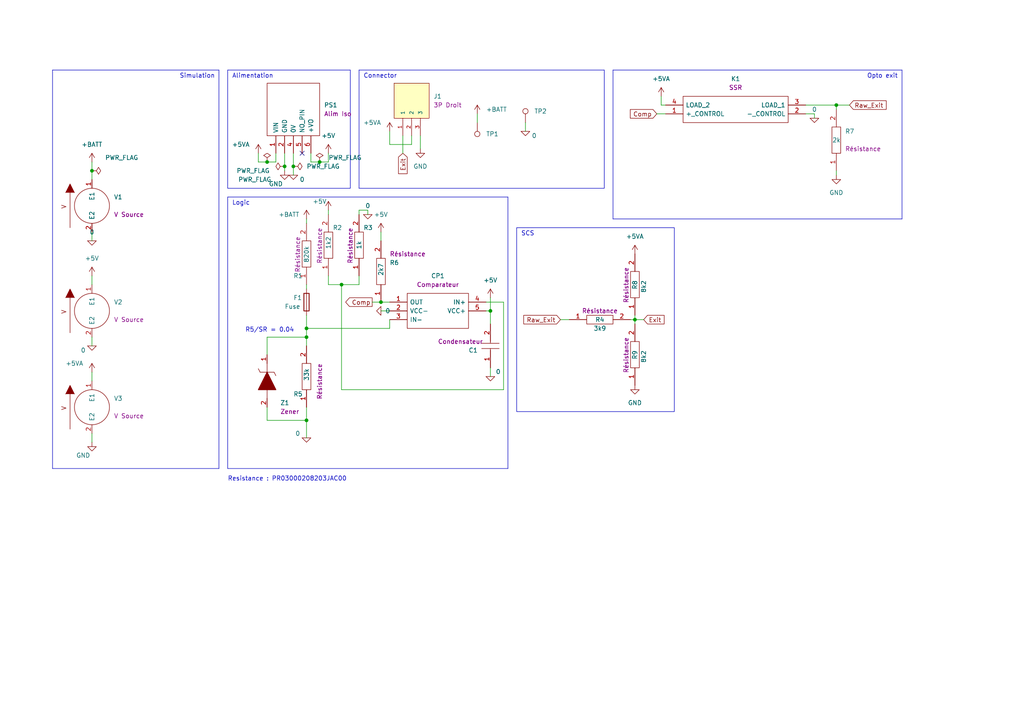
<source format=kicad_sch>
(kicad_sch (version 20230121) (generator eeschema)
  (paper "A4")
  (lib_symbols
    (symbol "Device:Fuse" (pin_numbers hide) (pin_names (offset 0))
      (property "Reference" "F" (at 2.032 0 90))
      (property "Value" "Fuse" (at -1.905 0 90))
      (symbol "Fuse_0_1"
        (rectangle (start -0.762 -2.54) (end 0.762 2.54) (stroke (width 0.254)))
        (polyline (pts (xy 0 2.54) (xy 0 -2.54)))
      )
      (symbol "Fuse_1_1"
        (pin passive line (at 0 3.81 270) (length 1.27) (name "~") (number "1"))
        (pin passive line (at 0 -3.81 90) (length 1.27) (name "~") (number "2"))
      )
    )
    (symbol "EPSA_lib:3P Droit 22-11-2032" (pin_names (offset 1.016))
      (property "Reference" "J" (at 6.35 7.62 0))
      (property "Render Name" "3P Droit" (at 0 6.35 0))
      (symbol "3P Droit 22-11-2032_0_0"
        (rectangle (start -5.08 -5.08) (end 5.08 5.08) (stroke (width 0.1524)) (fill (type background)))
        (pin passive line (at -10.16 2.54 0) (length 5.08) (name "1") (number "1"))
        (pin passive line (at -10.16 0 0) (length 5.08) (name "2") (number "2"))
        (pin passive line (at -10.16 -2.54 0) (length 5.08) (name "3") (number "3"))
      )
    )
    (symbol "EPSA_lib:Alim Iso PDM2-S5-S5-S" (pin_names (offset 0.762))
      (property "Reference" "PS" (at 21.59 6.35 0))
      (property "Render Name" "Alim Iso" (at 12.7 3.81 0))
      (symbol "Alim Iso PDM2-S5-S5-S_0_0"
        (pin passive line (at 0 0 0) (length 5.08) (name "VIN") (number "1"))
        (pin passive line (at 0 -2.54 0) (length 5.08) (name "GND") (number "2"))
        (pin passive line (at 0 -5.08 0) (length 5.08) (name "0V") (number "4"))
        (pin passive line (at 0 -7.62 0) (length 5.08) (name "NO_PIN") (number "5"))
        (pin passive line (at 0 -10.16 0) (length 5.08) (name "+VO") (number "6"))
      )
      (symbol "Alim Iso PDM2-S5-S5-S_0_1"
        (polyline (pts (xy 5.08 2.54) (xy 20.32 2.54) (xy 20.32 -12.7) (xy 5.08 -12.7) (xy 5.08 2.54)) (stroke (width 0.1524)))
      )
    )
    (symbol "EPSA_lib:Comparateur TS391ILT" (pin_names (offset 0.762))
      (property "Reference" "CP" (at 35.56 8.89 0))
      (property "Render Name" "Comparateur" (at 13.97 3.81 0))
      (symbol "Comparateur TS391ILT_0_0"
        (pin passive line (at 0 0 0) (length 5.08) (name "OUT") (number "1"))
        (pin passive line (at 0 -2.54 0) (length 5.08) (name "VCC-") (number "2"))
        (pin passive line (at 0 -5.08 0) (length 5.08) (name "IN-") (number "3"))
        (pin passive line (at 27.94 0 180) (length 5.08) (name "IN+") (number "4"))
        (pin passive line (at 27.94 -2.54 180) (length 5.08) (name "VCC+") (number "5"))
      )
      (symbol "Comparateur TS391ILT_0_1"
        (polyline (pts (xy 5.08 2.54) (xy 22.86 2.54) (xy 22.86 -7.62) (xy 5.08 -7.62) (xy 5.08 2.54)) (stroke (width 0.1524)))
      )
    )
    (symbol "EPSA_lib:Condensateur 0805Y1000104JXT" (pin_names (offset 0.762))
      (property "Reference" "C" (at 20.32 5.08 0))
      (property "Spice_Model" "10" (at 5.08 6.35 0))
      (property "Render Name" "Condensateur" (at 6.35 3.81 0))
      (symbol "Condensateur 0805Y1000104JXT_0_0"
        (pin passive line (at 0 0 0) (length 5.08) (name "~") (number "1"))
        (pin passive line (at 12.7 0 180) (length 5.08) (name "~") (number "2"))
      )
      (symbol "Condensateur 0805Y1000104JXT_0_1"
        (polyline (pts (xy 5.08 0) (xy 5.588 0)) (stroke (width 0.1524)))
        (polyline (pts (xy 5.588 2.54) (xy 5.588 -2.54)) (stroke (width 0.1524)))
        (polyline (pts (xy 7.112 0) (xy 7.62 0)) (stroke (width 0.1524)))
        (polyline (pts (xy 7.112 2.54) (xy 7.112 -2.54)) (stroke (width 0.1524)))
      )
    )
    (symbol "EPSA_lib:Résistance RK73H2BLTDD2152F" (pin_names (offset 0.762))
      (property "Reference" "R" (at 25.4 5.08 0))
      (property "Value" "10" (at 7.62 0 0))
      (property "Render Name" "Résistance" (at 8.89 2.54 0))
      (symbol "Résistance RK73H2BLTDD2152F_0_0"
        (pin passive line (at 0 0 0) (length 5.08) (name "~") (number "1"))
        (pin passive line (at 17.78 0 180) (length 5.08) (name "~") (number "2"))
      )
      (symbol "Résistance RK73H2BLTDD2152F_0_1"
        (polyline (pts (xy 5.08 1.27) (xy 12.7 1.27) (xy 12.7 -1.27) (xy 5.08 -1.27) (xy 5.08 1.27)) (stroke (width 0.1524)))
      )
    )
    (symbol "EPSA_lib:SSR CPC1394GR" (pin_names (offset 0.762))
      (property "Reference" "K" (at 48.26 7.62 0))
      (property "Render Name" "SSR" (at 19.05 3.81 0))
      (symbol "SSR CPC1394GR_0_0"
        (pin passive line (at 0 -2.54 0) (length 5.08) (name "+_CONTROL") (number "1"))
        (pin passive line (at 40.64 -2.54 180) (length 5.08) (name "-_CONTROL") (number "2"))
        (pin passive line (at 40.64 0 180) (length 5.08) (name "LOAD_1") (number "3"))
        (pin passive line (at 0 0 0) (length 5.08) (name "LOAD_2") (number "4"))
      )
      (symbol "SSR CPC1394GR_0_1"
        (polyline (pts (xy 5.08 2.54) (xy 35.56 2.54) (xy 35.56 -5.08) (xy 5.08 -5.08) (xy 5.08 2.54)) (stroke (width 0.1524)))
      )
    )
    (symbol "EPSA_lib:TestPoint" (pin_numbers hide) (pin_names (offset 0.762) hide)
      (property "Reference" "TP" (at 0 6.858 0))
      (property "Value" "TestPoint" (at 0 5.08 0))
      (symbol "TestPoint_0_1"
        (circle (center 0 3.302) (radius 0.762))
      )
      (symbol "TestPoint_1_1"
        (pin passive line (at 0 0 90) (length 2.54) (name "1") (number "1"))
      )
    )
    (symbol "EPSA_lib:VSOURCE" (pin_names (offset 1.016)) (in_bom no) (on_board no)
      (property "Reference" "V" (at 8.89 12.7 0))
      (property "Spice_Model" "dc 5" (at -1.27 12.7 0))
      (property "Render Name" "V Source" (at -1.27 10.16 0))
      (symbol "VSOURCE_0_1"
        (circle (center -1.27 0) (radius 5.08))
        (polyline (pts (xy -7.62 6.35) (xy 2.54 6.35)) (fill (type outline)))
        (polyline (pts (xy 2.54 7.62) (xy 5.08 6.35) (xy 2.54 5.08)) (fill (type outline)))
        (text "V" (at -1.524 8.128 0) (effects (font (size 1.27 1.27))))
      )
      (symbol "VSOURCE_1_1"
        (pin input line (at 6.35 0 180) (length 2.54) (name "E1") (number "1"))
        (pin input line (at -8.89 0 0) (length 2.54) (name "E2") (number "2"))
      )
    )
    (symbol "EPSA_lib:Zener TZM5224B-GS08" (pin_names (offset 0.762))
      (property "Reference" "Z" (at 5.08 6.35 0))
      (property "Titre" "Zener" (at 6.35 3.81 0))
      (symbol "Zener TZM5224B-GS08_0_0"
        (pin passive line (at 0 0 0) (length 2.54) (name "~") (number "1"))
        (pin passive line (at 15.24 0 180) (length 2.54) (name "~") (number "2"))
      )
      (symbol "Zener TZM5224B-GS08_0_1"
        (polyline (pts (xy 2.54 0) (xy 5.08 0)) (stroke (width 0.1524)))
        (polyline (pts (xy 4.064 -2.54) (xy 5.08 -2.032)) (stroke (width 0.1524)))
        (polyline (pts (xy 5.08 2.032) (xy 5.08 -2.032)) (stroke (width 0.1524)))
        (polyline (pts (xy 5.08 2.032) (xy 6.096 2.54)) (stroke (width 0.1524)))
        (polyline (pts (xy 12.7 0) (xy 10.16 0)) (stroke (width 0.1524)))
        (polyline (pts (xy 5.08 0) (xy 10.16 2.54) (xy 10.16 -2.54) (xy 5.08 0)) (stroke (width 0.254)) (fill (type outline)))
      )
    )
    (symbol "Résistance RK73H2BLTDD2152F_1" (pin_names (offset 0.762))
      (property "Reference" "R" (at 25.4 5.08 0))
      (property "Value" "10" (at 7.62 0 0))
      (property "Render Name" "Résistance" (at 8.89 2.54 0))
      (symbol "Résistance RK73H2BLTDD2152F_1_0_0"
        (pin passive line (at 0 0 0) (length 5.08) (name "~") (number "1"))
        (pin passive line (at 17.78 0 180) (length 5.08) (name "~") (number "2"))
      )
      (symbol "Résistance RK73H2BLTDD2152F_1_0_1"
        (polyline (pts (xy 5.08 1.27) (xy 12.7 1.27) (xy 12.7 -1.27) (xy 5.08 -1.27) (xy 5.08 1.27)) (stroke (width 0.1524)))
      )
    )
    (symbol "power:+5V" (power) (pin_names (offset 0))
      (property "Value" "+5V" (at 0 3.556 0))
      (symbol "+5V_0_1"
        (polyline (pts (xy -0.762 1.27) (xy 0 2.54)))
        (polyline (pts (xy 0 0) (xy 0 2.54)))
        (polyline (pts (xy 0 2.54) (xy 0.762 1.27)))
      )
      (symbol "+5V_1_1"
        (pin power_in line (at 0 0 90) (length 0) hide (name "+5V") (number "1"))
      )
    )
    (symbol "power:+5VA" (power) (pin_names (offset 0))
      (property "Value" "+5VA" (at 0 3.556 0))
      (symbol "+5VA_0_1"
        (polyline (pts (xy -0.762 1.27) (xy 0 2.54)))
        (polyline (pts (xy 0 0) (xy 0 2.54)))
        (polyline (pts (xy 0 2.54) (xy 0.762 1.27)))
      )
      (symbol "+5VA_1_1"
        (pin power_in line (at 0 0 90) (length 0) hide (name "+5VA") (number "1"))
      )
    )
    (symbol "power:+BATT" (power) (pin_names (offset 0))
      (property "Value" "+BATT" (at 0 3.556 0))
      (symbol "+BATT_0_1"
        (polyline (pts (xy -0.762 1.27) (xy 0 2.54)))
        (polyline (pts (xy 0 0) (xy 0 2.54)))
        (polyline (pts (xy 0 2.54) (xy 0.762 1.27)))
      )
      (symbol "+BATT_1_1"
        (pin power_in line (at 0 0 90) (length 0) hide (name "+BATT") (number "1"))
      )
    )
    (symbol "power:GND" (power) (pin_names (offset 0))
      (property "Value" "GND" (at 0 -3.81 0))
      (symbol "GND_0_1"
        (polyline (pts (xy 0 0) (xy 0 -1.27) (xy 1.27 -1.27) (xy 0 -2.54) (xy -1.27 -1.27) (xy 0 -1.27)))
      )
      (symbol "GND_1_1"
        (pin power_in line (at 0 0 270) (length 0) hide (name "GND") (number "1"))
      )
    )
    (symbol "power:PWR_FLAG" (power) (pin_numbers hide) (pin_names (offset 0) hide)
      (property "Value" "PWR_FLAG" (at 0 3.81 0))
      (symbol "PWR_FLAG_0_0"
        (pin power_out line (at 0 0 90) (length 0) (name "pwr") (number "1"))
      )
      (symbol "PWR_FLAG_0_1"
        (polyline (pts (xy 0 0) (xy 0 1.27) (xy -1.016 1.905) (xy 0 2.54) (xy 1.016 1.905) (xy 0 1.27)))
      )
    )
    (symbol "pspice:0" (power) (pin_names (offset 0))
      (property "Value" "0" (at 0 -1.778 0))
      (symbol "0_0_1"
        (polyline (pts (xy -1.27 0) (xy 0 -1.27) (xy 1.27 0) (xy -1.27 0)))
      )
      (symbol "0_1_1"
        (pin power_in line (at 0 0 0) (length 0) hide (name "0") (number "1"))
      )
    )
  )
  (junction (at 26.67 49.53))
  (junction (at 184.15 92.71))
  (junction (at 99.06 82.55))
  (junction (at 110.49 87.63))
  (junction (at 85.09 48.26))
  (junction (at 88.9 121.92))
  (junction (at 142.24 90.17))
  (junction (at 77.47 46.99))
  (junction (at 92.71 46.99))
  (junction (at 88.9 95.25))
  (junction (at 242.57 30.48))
  (junction (at 82.55 48.26))
  (junction (at 88.9 97.79))
  (no_connect (at 87.63 44.45))
  (polyline (pts (xy 66.04 54.61) (xy 101.6 54.61)))
  (wire (pts (xy 113.03 95.25) (xy 113.03 92.71)))
  (polyline (pts (xy 66.04 135.89) (xy 147.32 135.89)))
  (wire (pts (xy 152.4 35.56) (xy 152.4 38.1)))
  (wire (pts (xy 88.9 95.25) (xy 88.9 97.79)))
  (wire (pts (xy 88.9 118.11) (xy 88.9 121.92)))
  (wire (pts (xy 85.09 44.45) (xy 85.09 48.26)))
  (wire (pts (xy 95.25 80.01) (xy 95.25 82.55)))
  (wire (pts (xy 142.24 86.36) (xy 142.24 90.17)))
  (wire (pts (xy 88.9 91.44) (xy 88.9 95.25)))
  (wire (pts (xy 242.57 49.53) (xy 242.57 50.8)))
  (wire (pts (xy 146.05 113.03) (xy 146.05 87.63)))
  (wire (pts (xy 104.14 82.55) (xy 104.14 80.01)))
  (wire (pts (xy 242.57 30.48) (xy 246.38 30.48)))
  (wire (pts (xy 95.25 44.45) (xy 95.25 46.99)))
  (wire (pts (xy 26.67 125.73) (xy 26.67 128.27)))
  (polyline (pts (xy 104.14 20.32) (xy 104.14 54.61)))
  (wire (pts (xy 26.67 97.79) (xy 26.67 100.33)))
  (wire (pts (xy 95.25 82.55) (xy 99.06 82.55)))
  (polyline (pts (xy 177.8 20.32) (xy 177.8 63.5)))
  (wire (pts (xy 26.67 46.99) (xy 26.67 49.53)))
  (polyline (pts (xy 66.04 57.15) (xy 66.04 135.89)))
  (wire (pts (xy 146.05 87.63) (xy 140.97 87.63)))
  (wire (pts (xy 99.06 113.03) (xy 146.05 113.03)))
  (wire (pts (xy 99.06 82.55) (xy 99.06 113.03)))
  (wire (pts (xy 88.9 63.5) (xy 88.9 64.77)))
  (wire (pts (xy 190.5 33.02) (xy 193.04 33.02)))
  (wire (pts (xy 88.9 95.25) (xy 113.03 95.25)))
  (wire (pts (xy 113.03 90.17) (xy 110.49 90.17)))
  (wire (pts (xy 142.24 106.68) (xy 142.24 109.22)))
  (wire (pts (xy 113.03 41.91) (xy 119.38 41.91)))
  (polyline (pts (xy 104.14 20.32) (xy 175.26 20.32)))
  (polyline (pts (xy 15.24 20.32) (xy 15.24 135.89)))
  (polyline (pts (xy 104.14 54.61) (xy 175.26 54.61)))
  (wire (pts (xy 104.14 60.96) (xy 106.68 60.96)))
  (wire (pts (xy 92.71 46.99) (xy 95.25 46.99)))
  (wire (pts (xy 88.9 121.92) (xy 88.9 127)))
  (polyline (pts (xy 63.5 135.89) (xy 63.5 20.32)))
  (wire (pts (xy 82.55 48.26) (xy 82.55 49.53)))
  (wire (pts (xy 142.24 90.17) (xy 142.24 93.98)))
  (wire (pts (xy 110.49 67.31) (xy 110.49 69.85)))
  (polyline (pts (xy 175.26 54.61) (xy 175.26 20.32)))
  (wire (pts (xy 110.49 87.63) (xy 113.03 87.63)))
  (wire (pts (xy 184.15 92.71) (xy 184.15 91.44)))
  (wire (pts (xy 85.09 48.26) (xy 85.09 50.8)))
  (polyline (pts (xy 177.8 20.32) (xy 261.62 20.32)))
  (polyline (pts (xy 101.6 54.61) (xy 101.6 20.32)))
  (wire (pts (xy 80.01 46.99) (xy 80.01 44.45)))
  (wire (pts (xy 233.68 33.02) (xy 236.22 33.02)))
  (wire (pts (xy 74.93 46.99) (xy 77.47 46.99)))
  (polyline (pts (xy 147.32 135.89) (xy 147.32 57.15)))
  (wire (pts (xy 162.56 92.71) (xy 165.1 92.71)))
  (wire (pts (xy 184.15 92.71) (xy 186.69 92.71)))
  (wire (pts (xy 113.03 38.1) (xy 113.03 41.91)))
  (wire (pts (xy 191.77 30.48) (xy 193.04 30.48)))
  (wire (pts (xy 106.68 60.96) (xy 106.68 62.23)))
  (wire (pts (xy 77.47 97.79) (xy 77.47 102.87)))
  (polyline (pts (xy 66.04 20.32) (xy 101.6 20.32)))
  (polyline (pts (xy 66.04 20.32) (xy 66.04 54.61)))
  (wire (pts (xy 104.14 60.96) (xy 104.14 62.23)))
  (wire (pts (xy 88.9 82.55) (xy 88.9 83.82)))
  (wire (pts (xy 26.67 67.31) (xy 26.67 69.85)))
  (wire (pts (xy 99.06 82.55) (xy 104.14 82.55)))
  (wire (pts (xy 90.17 46.99) (xy 92.71 46.99)))
  (wire (pts (xy 233.68 30.48) (xy 242.57 30.48)))
  (wire (pts (xy 140.97 90.17) (xy 142.24 90.17)))
  (wire (pts (xy 184.15 92.71) (xy 184.15 93.98)))
  (polyline (pts (xy 261.62 63.5) (xy 261.62 20.32)))
  (wire (pts (xy 74.93 44.45) (xy 74.93 46.99)))
  (wire (pts (xy 77.47 118.11) (xy 77.47 121.92)))
  (wire (pts (xy 138.43 33.02) (xy 138.43 35.56)))
  (wire (pts (xy 236.22 33.02) (xy 236.22 34.29)))
  (wire (pts (xy 88.9 100.33) (xy 88.9 97.79)))
  (polyline (pts (xy 66.04 57.15) (xy 147.32 57.15)))
  (wire (pts (xy 242.57 31.75) (xy 242.57 30.48)))
  (wire (pts (xy 121.92 39.37) (xy 121.92 43.18)))
  (wire (pts (xy 90.17 44.45) (xy 90.17 46.99)))
  (wire (pts (xy 77.47 97.79) (xy 88.9 97.79)))
  (wire (pts (xy 26.67 49.53) (xy 26.67 52.07)))
  (wire (pts (xy 116.84 39.37) (xy 116.84 44.45)))
  (wire (pts (xy 182.88 92.71) (xy 184.15 92.71)))
  (wire (pts (xy 88.9 121.92) (xy 77.47 121.92)))
  (wire (pts (xy 95.25 60.96) (xy 95.25 62.23)))
  (polyline (pts (xy 15.24 135.89) (xy 63.5 135.89)))
  (wire (pts (xy 82.55 44.45) (xy 82.55 48.26)))
  (wire (pts (xy 119.38 41.91) (xy 119.38 39.37)))
  (polyline (pts (xy 15.24 20.32) (xy 63.5 20.32)))
  (wire (pts (xy 191.77 27.94) (xy 191.77 30.48)))
  (wire (pts (xy 77.47 46.99) (xy 80.01 46.99)))
  (wire (pts (xy 107.95 87.63) (xy 110.49 87.63)))
  (wire (pts (xy 26.67 80.01) (xy 26.67 82.55)))
  (polyline (pts (xy 177.8 63.5) (xy 261.62 63.5)))
  (wire (pts (xy 26.67 107.95) (xy 26.67 110.49)))
  (rectangle (start 149.86 66.04) (end 195.58 119.38))
  (text "Connector" (at 105.41 22.86 0) (effects (font (size 1.27 1.27)) (justify left bottom)))
  (text "R5/SR = 0.04" (at 71.12 96.52 0) (effects (font (size 1.27 1.27)) (justify left bottom)))
  (text "Alimentation" (at 67.31 22.86 0) (effects (font (size 1.27 1.27)) (justify left bottom)))
  (text "Opto exit" (at 251.46 22.86 0) (effects (font (size 1.27 1.27)) (justify left bottom)))
  (text "Simulation" (at 52.07 22.86 0) (effects (font (size 1.27 1.27)) (justify left bottom)))
  (text "Resistance : PR03000208203JAC00" (at 66.04 139.7 0) (effects (font (size 1.27 1.27)) (justify left bottom)))
  (text "SCS" (at 151.13 68.58 0) (effects (font (size 1.27 1.27)) (justify left bottom)))
  (text "Logic " (at 67.31 59.69 0) (effects (font (size 1.27 1.27)) (justify left bottom)))
  (global_label "Raw_Exit" (shape input) (at 162.56 92.71 180) (property "Intersheetrefs" "${INTERSHEET_REFS}" (effects hide)))
  (global_label "Exit" (shape input) (at 116.84 44.45 270) (property "Intersheetrefs" "${INTERSHEET_REFS}" (effects hide)))
  (global_label "Comp" (shape input) (at 190.5 33.02 180) (property "Intersheetrefs" "${INTERSHEET_REFS}" (effects hide)))
  (global_label "Raw_Exit" (shape input) (at 246.38 30.48 0) (property "Intersheetrefs" "${INTERSHEET_REFS}" (effects hide)))
  (global_label "Exit" (shape input) (at 186.69 92.71 0) (property "Intersheetrefs" "${INTERSHEET_REFS}" (effects hide)))
  (global_label "Comp" (shape output) (at 107.95 87.63 180) (property "Intersheetrefs" "${INTERSHEET_REFS}" (effects hide)))
  (symbol (lib_id "EPSA_lib:VSOURCE") (at 26.67 116.84 90) (unit 1) (in_bom no) (on_board no)
    (property "Reference" "V3" (at 33.02 115.5699 90) (effects (justify right)))
    (property "Value" "5" (effects hide))
    (property "Render Name" "V Source" (at 33.02 120.6499 90) (effects (justify right)))
    (property "Sim.Device" "V" (effects hide))
    (property "Sim.Type" "DC" (effects hide))
    (property "Sim.Pins" "1=+ 2=-" (effects hide))
  )
  (symbol (lib_id "power:PWR_FLAG") (at 26.67 49.53 270) (unit 1)
    (property "Reference" "#FLG0105" (effects hide))
    (property "Value" "PWR_FLAG" (at 30.48 45.72 90) (effects (justify left)))
  )
  (symbol (lib_id "EPSA_lib:Condensateur 0805Y1000104JXT") (at 142.24 106.68 90) (unit 1)
    (property "Reference" "C1" (at 135.89 101.6 90) (effects (justify right)))
    (property "Value" "Condensateur 0805Y1000104JXT" (effects hide))
    (property "Footprint" "EPSA_lib:CAPC2012X130N" (effects hide))
    (property "Datasheet" "http://docs-europe.electrocomponents.com/webdocs/119d/0900766b8119d7bc.pdf" (effects hide))
    (property "Description" "Syfer 0805 Ceramic Chip Capacitors" (effects hide))
    (property "Height" "1.3" (effects hide))
    (property "Manufacturer_Name" "Syfer" (effects hide))
    (property "Manufacturer_Part_Number" "0805Y1000104JXT" (effects hide))
    (property "Arrow Part Number" "0805Y1000104JXT" (effects hide))
    (property "Arrow Price/Stock" "https://www.arrow.com/en/products/0805y1000104jxt/syfer-technology?region=europe" (effects hide))
    (property "Sim.Enable" "0" (effects hide))
    (property "Render Name" "Condensateur" (at 127 99.06 90) (effects (justify right)))
    (property "Sim.Device" "SPICE" (effects hide))
    (property "Sim.Params" "type=\"C\" model=\"10n\" lib=\"\"" (effects hide))
    (property "Sim.Pins" "1=1 2=2" (effects hide))
  )
  (symbol (lib_id "EPSA_lib:3P Droit 22-11-2032") (at 119.38 29.21 90) (unit 1)
    (property "Reference" "J1" (at 125.73 27.9399 90) (effects (justify right)))
    (property "Value" "3P Droit 22-11-2032" (effects hide))
    (property "Footprint" "EPSA_lib:MOLEX_22-11-2032" (effects hide))
    (property "STANDARD" "Manufacturer recommendations" (effects hide))
    (property "PARTREV" "BD8" (effects hide))
    (property "MAXIMUM_PACKAGE_HEIGHT" "10.66mm" (effects hide))
    (property "MANUFACTURER" "Molex" (effects hide))
    (property "Sim.Enable" "0" (effects hide))
    (property "Render Name" "3P Droit" (at 125.73 30.4799 90) (effects (justify right)))
    (property "Sim.Device" "SPICE" (effects hide))
    (property "Sim.Params" "type=\"J\" model=\"22-11-2032\" lib=\"\"" (effects hide))
    (property "Sim.Pins" "1=1 2=2 3=3" (effects hide))
  )
  (symbol (lib_id "pspice:0") (at 106.68 62.23 0) (unit 1)
    (property "Reference" "#GND05" (effects hide))
    (property "Value" "0" (at 106.68 59.69 0))
  )
  (symbol (lib_id "power:+5VA") (at 113.03 38.1 0) (unit 1)
    (property "Reference" "#PWR012" (effects hide))
    (property "Value" "+5VA" (at 107.95 35.56 0))
  )
  (symbol (lib_id "pspice:0") (at 142.24 109.22 0) (unit 1)
    (property "Reference" "#GND09" (effects hide))
    (property "Value" "0" (at 144.4942 107.8231 0))
  )
  (symbol (lib_id "power:+5V") (at 95.25 44.45 0) (unit 1)
    (property "Reference" "#PWR011" (effects hide))
    (property "Value" "+5V" (at 95.25 39.37 0))
  )
  (symbol (lib_id "EPSA_lib:Zener TZM5224B-GS08") (at 77.47 102.87 270) (unit 1)
    (property "Reference" "Z1" (at 81.28 116.8399 90) (effects (justify left)))
    (property "Value" "Zener TZM5224B-GS08" (effects hide))
    (property "Footprint" "Diode_SMD:D_MiniMELF" (effects hide))
    (property "Datasheet" "https://www.mouser.co.uk/datasheet/2/427/tzm5221-103146.pdf" (effects hide))
    (property "Description" "Vishay TZM5224B-GS08 Zener Diode, 2.8V 5% 500 mW SMT 2-Pin SOD-80" (effects hide))
    (property "Height" "1.6" (effects hide))
    (property "Manufacturer_Name" "Vishay" (effects hide))
    (property "Manufacturer_Part_Number" "TZM5224B-GS08" (effects hide))
    (property "Mouser Part Number" "78-TZM5224B" (effects hide))
    (property "Mouser Price/Stock" "https://www.mouser.co.uk/ProductDetail/Vishay-Semiconductors/TZM5224B-GS08?qs=25SNtymhSqPc9I2zbkn61Q%3D%3D" (effects hide))
    (property "Titre" "Zener" (at 81.28 119.3799 90) (effects (justify left)))
    (property "Sim.Library" "${EPSA}\\SpiceModel\\Zener.lib" (effects hide))
    (property "Sim.Name" "DI_BZT52C2V4" (effects hide))
    (property "Sim.Pins" "2=1 1=2" (effects hide))
  )
  (symbol (lib_id "power:+5VA") (at 184.15 73.66 0) (unit 1)
    (property "Reference" "#PWR017" (effects hide))
    (property "Value" "+5VA" (at 184.15 68.58 0))
  )
  (symbol (lib_id "EPSA_lib:VSOURCE") (at 26.67 58.42 90) (unit 1) (in_bom no) (on_board no)
    (property "Reference" "V1" (at 33.02 57.1499 90) (effects (justify right)))
    (property "Value" "VSOURCE" (effects hide))
    (property "Render Name" "V Source" (at 33.02 62.2299 90) (effects (justify right)))
    (property "Sim.Device" "SPICE" (effects hide))
    (property "Sim.Params" "type=\"V\" model=\"pwl(0 0 10 600)\" lib=\"\"" (effects hide))
    (property "Sim.Pins" "1=1 2=2" (effects hide))
  )
  (symbol (lib_id "pspice:0") (at 110.49 90.17 270) (unit 1)
    (property "Reference" "#GND04" (effects hide))
    (property "Value" "0" (at 111.76 90.1699 90) (effects (justify left)))
  )
  (symbol (lib_id "EPSA_lib:TestPoint") (at 138.43 35.56 180) (unit 1)
    (property "Reference" "TP1" (at 140.97 38.862 0) (effects (justify right)))
    (property "Value" "${SIM.PARAMS}" (effects hide))
    (property "Footprint" "Connector_Wire:SolderWire-2.5sqmm_1x01_D2.4mm_OD3.6mm" (effects hide))
    (property "Sim.Enable" "0" (effects hide))
    (property "Sim.Device" "SPICE" (effects hide))
    (property "Sim.Params" "type=\"R\" model=\"TestPoint\" lib=\"\"" (effects hide))
    (property "Sim.Pins" "1=1" (effects hide))
  )
  (symbol (lib_id "Device:Fuse") (at 88.9 87.63 0) (unit 1)
    (property "Reference" "F1" (at 85.09 86.36 0) (effects (justify left)))
    (property "Value" "Fuse" (at 82.55 88.9 0) (effects (justify left)))
    (property "Footprint" "EPSA_lib:0PTF0078P" (effects hide))
  )
  (symbol (lib_name "Résistance RK73H2BLTDD2152F_1") (lib_id "EPSA_lib:Résistance RK73H2BLTDD2152F") (at 95.25 80.01 90) (unit 1)
    (property "Reference" "R2" (at 96.52 66.04 90) (effects (justify right)))
    (property "Value" "1k2" (at 95.25 68.58 0) (effects (justify right)))
    (property "Footprint" "EPSA_lib:RESC3216X70N" (effects hide))
    (property "Datasheet" "http://www.koaspeer.com/catimages/Products/RK73H/RK73H.pdf" (effects hide))
    (property "Sim.Pins" "1=+ 2=-" (effects hide))
    (property "Sim.Device" "R" (effects hide))
    (property "Description" "Thick Film Resistors - SMD" (effects hide))
    (property "Height" "0.7" (effects hide))
    (property "Manufacturer_Name" "KOA Speer" (effects hide))
    (property "Manufacturer_Part_Number" "RK73H2BLTDD2152F" (effects hide))
    (property "Mouser Part Number" "N/A" (effects hide))
    (property "Mouser Price/Stock" "https://www.mouser.co.uk/ProductDetail/KOA-Speer/RK73H2BLTDD2152F?qs=WeIALVmW3zmyxMFsjVzMRw%3D%3D" (effects hide))
    (property "Render Name" "Résistance" (at 92.71 66.04 0) (effects (justify right)))
  )
  (symbol (lib_id "power:+5VA") (at 74.93 44.45 0) (unit 1)
    (property "Reference" "#PWR08" (effects hide))
    (property "Value" "+5VA" (at 69.85 41.91 0))
  )
  (symbol (lib_id "power:PWR_FLAG") (at 82.55 48.26 90) (unit 1)
    (property "Reference" "#FLG0102" (effects hide))
    (property "Value" "PWR_FLAG" (at 78.74 52.07 90) (effects (justify left)))
  )
  (symbol (lib_name "Résistance RK73H2BLTDD2152F_1") (lib_id "EPSA_lib:Résistance RK73H2BLTDD2152F") (at 104.14 80.01 90) (unit 1)
    (property "Reference" "R3" (at 105.41 66.04 90) (effects (justify right)))
    (property "Value" "1k" (at 104.14 69.85 0) (effects (justify right)))
    (property "Footprint" "EPSA_lib:RESC3216X70N" (effects hide))
    (property "Datasheet" "http://www.koaspeer.com/catimages/Products/RK73H/RK73H.pdf" (effects hide))
    (property "Sim.Pins" "1=+ 2=-" (effects hide))
    (property "Sim.Device" "R" (effects hide))
    (property "Description" "Thick Film Resistors - SMD" (effects hide))
    (property "Height" "0.7" (effects hide))
    (property "Manufacturer_Name" "KOA Speer" (effects hide))
    (property "Manufacturer_Part_Number" "RK73H2BLTDD2152F" (effects hide))
    (property "Mouser Part Number" "N/A" (effects hide))
    (property "Mouser Price/Stock" "https://www.mouser.co.uk/ProductDetail/KOA-Speer/RK73H2BLTDD2152F?qs=WeIALVmW3zmyxMFsjVzMRw%3D%3D" (effects hide))
    (property "Render Name" "Résistance" (at 101.6 66.04 0) (effects (justify right)))
  )
  (symbol (lib_id "EPSA_lib:Résistance RK73H2BLTDD2152F") (at 110.49 87.63 90) (unit 1)
    (property "Reference" "R6" (at 113.03 76.1999 90) (effects (justify right)))
    (property "Value" "2k7" (at 110.49 80.01 0) (effects (justify left)))
    (property "Footprint" "EPSA_lib:RESC3216X70N" (effects hide))
    (property "Datasheet" "http://www.koaspeer.com/catimages/Products/RK73H/RK73H.pdf" (effects hide))
    (property "Description" "Thick Film Resistors - SMD" (effects hide))
    (property "Height" "0.7" (effects hide))
    (property "Manufacturer_Name" "KOA Speer" (effects hide))
    (property "Manufacturer_Part_Number" "RK73H2BLTDD2152F" (effects hide))
    (property "Mouser Part Number" "N/A" (effects hide))
    (property "Mouser Price/Stock" "https://www.mouser.co.uk/ProductDetail/KOA-Speer/RK73H2BLTDD2152F?qs=WeIALVmW3zmyxMFsjVzMRw%3D%3D" (effects hide))
    (property "Render Name" "Résistance" (at 113.03 73.66 90) (effects (justify right)))
    (property "Sim.Device" "R" (effects hide))
    (property "Sim.Params" "type=\"R\" model=\"2k6\" lib=\"\"" (effects hide))
    (property "Sim.Pins" "1=+ 2=-" (effects hide))
  )
  (symbol (lib_id "EPSA_lib:Résistance RK73H2BLTDD2152F") (at 184.15 111.76 270) (mirror x) (unit 1)
    (property "Reference" "R9" (at 184.15 101.6 0) (effects (justify right)))
    (property "Value" "8k2" (at 186.69 101.6 0) (effects (justify right)))
    (property "Footprint" "EPSA_lib:RESC3216X70N" (effects hide))
    (property "Datasheet" "http://www.koaspeer.com/catimages/Products/RK73H/RK73H.pdf" (effects hide))
    (property "Sim.Pins" "1=+ 2=-" (effects hide))
    (property "Sim.Device" "R" (effects hide))
    (property "Description" "Thick Film Resistors - SMD" (effects hide))
    (property "Height" "0.7" (effects hide))
    (property "Manufacturer_Name" "KOA Speer" (effects hide))
    (property "Manufacturer_Part_Number" "RK73H2BLTDD2152F" (effects hide))
    (property "Mouser Part Number" "N/A" (effects hide))
    (property "Mouser Price/Stock" "https://www.mouser.co.uk/ProductDetail/KOA-Speer/RK73H2BLTDD2152F?qs=WeIALVmW3zmyxMFsjVzMRw%3D%3D" (effects hide))
    (property "Render Name" "Résistance" (at 181.61 97.79 0) (effects (justify right)))
  )
  (symbol (lib_id "power:+5V") (at 26.67 80.01 0) (unit 1)
    (property "Reference" "#PWR02" (effects hide))
    (property "Value" "+5V" (at 26.67 74.93 0))
  )
  (symbol (lib_id "power:+BATT") (at 26.67 46.99 0) (unit 1)
    (property "Reference" "#PWR01" (effects hide))
    (property "Value" "+BATT" (at 26.67 41.91 0))
  )
  (symbol (lib_id "pspice:0") (at 152.4 38.1 0) (unit 1)
    (property "Reference" "#GND08" (effects hide))
    (property "Value" "0" (at 154.94 39.37 0))
  )
  (symbol (lib_id "EPSA_lib:Résistance RK73H2BLTDD2152F") (at 184.15 91.44 270) (mirror x) (unit 1)
    (property "Reference" "R8" (at 184.15 81.28 0) (effects (justify right)))
    (property "Value" "8k2" (at 186.69 81.28 0) (effects (justify right)))
    (property "Footprint" "EPSA_lib:RESC3216X70N" (effects hide))
    (property "Datasheet" "http://www.koaspeer.com/catimages/Products/RK73H/RK73H.pdf" (effects hide))
    (property "Sim.Pins" "1=+ 2=-" (effects hide))
    (property "Sim.Device" "R" (effects hide))
    (property "Description" "Thick Film Resistors - SMD" (effects hide))
    (property "Height" "0.7" (effects hide))
    (property "Manufacturer_Name" "KOA Speer" (effects hide))
    (property "Manufacturer_Part_Number" "RK73H2BLTDD2152F" (effects hide))
    (property "Mouser Part Number" "N/A" (effects hide))
    (property "Mouser Price/Stock" "https://www.mouser.co.uk/ProductDetail/KOA-Speer/RK73H2BLTDD2152F?qs=WeIALVmW3zmyxMFsjVzMRw%3D%3D" (effects hide))
    (property "Render Name" "Résistance" (at 181.61 77.47 0) (effects (justify right)))
  )
  (symbol (lib_id "pspice:0") (at 88.9 127 0) (unit 1)
    (property "Reference" "#GND03" (effects hide))
    (property "Value" "0" (at 86.36 125.73 0))
  )
  (symbol (lib_id "power:GND") (at 121.92 43.18 0) (unit 1)
    (property "Reference" "#PWR013" (effects hide))
    (property "Value" "GND" (at 121.92 48.26 0))
  )
  (symbol (lib_id "power:PWR_FLAG") (at 77.47 46.99 0) (unit 1)
    (property "Reference" "#FLG0104" (effects hide))
    (property "Value" "PWR_FLAG" (at 68.58 49.53 0) (effects (justify left)))
  )
  (symbol (lib_id "pspice:0") (at 26.67 69.85 0) (unit 1)
    (property "Reference" "#GND01" (effects hide))
    (property "Value" "0" (at 26.67 67.31 0))
  )
  (symbol (lib_id "power:+BATT") (at 138.43 33.02 0) (unit 1)
    (property "Reference" "#PWR016" (effects hide))
    (property "Value" "+BATT" (at 140.97 31.7499 0) (effects (justify left)))
  )
  (symbol (lib_id "EPSA_lib:Alim Iso PDM2-S5-S5-S") (at 80.01 44.45 90) (unit 1)
    (property "Reference" "PS1" (at 93.98 30.4799 90) (effects (justify right)))
    (property "Value" "Alim Iso PDM2-S5-S5-S" (effects hide))
    (property "Footprint" "EPSA_lib:PDM2S5S5S" (effects hide))
    (property "Datasheet" "https://datasheet.datasheetarchive.com/originals/distributors/Datasheets-SFU1/DSASFU10006714.pdf" (effects hide))
    (property "Description" "Isolated DC/DC Converters Isolated Board Mount DC-DC Cnvrt 5vdc 2W" (effects hide))
    (property "Height" "10.41" (effects hide))
    (property "Manufacturer_Name" "CUI Inc." (effects hide))
    (property "Manufacturer_Part_Number" "PDM2-S5-S5-S" (effects hide))
    (property "Mouser Part Number" "490-PDM2-S5-S5-S" (effects hide))
    (property "Mouser Price/Stock" "https://www.mouser.co.uk/ProductDetail/CUI-Inc/PDM2-S5-S5-S?qs=WyjlAZoYn51BO%2Fgga81j2w%3D%3D" (effects hide))
    (property "Sim.Enable" "0" (effects hide))
    (property "Render Name" "Alim Iso" (at 93.98 33.0199 90) (effects (justify right)))
    (property "Sim.Device" "SPICE" (effects hide))
    (property "Sim.Params" "type=\"R\" model=\"Alim Iso PDM2-S5-S5-S\" lib=\"\"" (effects hide))
    (property "Sim.Pins" "1=1 2=2 4=3 5=4 6=5" (effects hide))
  )
  (symbol (lib_id "power:GND") (at 26.67 128.27 0) (unit 1)
    (property "Reference" "#PWR04" (effects hide))
    (property "Value" "GND" (at 24.13 132.08 0))
  )
  (symbol (lib_id "power:+5V") (at 110.49 67.31 0) (unit 1)
    (property "Reference" "#PWR014" (effects hide))
    (property "Value" "+5V" (at 110.49 62.23 0))
  )
  (symbol (lib_id "EPSA_lib:VSOURCE") (at 26.67 88.9 90) (unit 1) (in_bom no) (on_board no)
    (property "Reference" "V2" (at 33.02 87.6299 90) (effects (justify right)))
    (property "Value" "5" (effects hide))
    (property "Render Name" "V Source" (at 33.02 92.7099 90) (effects (justify right)))
    (property "Sim.Device" "V" (effects hide))
    (property "Sim.Type" "DC" (effects hide))
    (property "Sim.Pins" "1=+ 2=-" (effects hide))
  )
  (symbol (lib_id "EPSA_lib:Résistance RK73H2BLTDD2152F") (at 88.9 82.55 90) (unit 1)
    (property "Reference" "R1" (at 85.09 80.01 90) (effects (justify right)))
    (property "Value" "820k" (at 88.9 76.2 0) (effects (justify left)))
    (property "Footprint" "EPSA_lib:RESC3216X70N" (effects hide))
    (property "Datasheet" "http://www.koaspeer.com/catimages/Products/RK73H/RK73H.pdf" (effects hide))
    (property "Description" "Thick Film Resistors - SMD" (effects hide))
    (property "Height" "0.7" (effects hide))
    (property "Manufacturer_Name" "KOA Speer" (effects hide))
    (property "Manufacturer_Part_Number" "RK73H2BLTDD2152F" (effects hide))
    (property "Mouser Part Number" "N/A" (effects hide))
    (property "Mouser Price/Stock" "https://www.mouser.co.uk/ProductDetail/KOA-Speer/RK73H2BLTDD2152F?qs=WeIALVmW3zmyxMFsjVzMRw%3D%3D" (effects hide))
    (property "Render Name" "Résistance" (at 86.36 68.58 0) (effects (justify right)))
    (property "Sim.Device" "R" (effects hide))
    (property "Sim.Params" "type=\"R\" model=\"820k\" lib=\"\"" (effects hide))
    (property "Sim.Pins" "1=+ 2=-" (effects hide))
  )
  (symbol (lib_id "power:GND") (at 82.55 49.53 0) (unit 1)
    (property "Reference" "#PWR010" (effects hide))
    (property "Value" "GND" (at 80.01 53.34 0))
  )
  (symbol (lib_id "power:PWR_FLAG") (at 85.09 48.26 270) (unit 1)
    (property "Reference" "#FLG0103" (effects hide))
    (property "Value" "PWR_FLAG" (at 88.9 48.2599 90) (effects (justify left)))
  )
  (symbol (lib_id "pspice:0") (at 236.22 34.29 0) (unit 1)
    (property "Reference" "#GND07" (effects hide))
    (property "Value" "0" (at 236.22 31.75 0))
  )
  (symbol (lib_id "EPSA_lib:Résistance RK73H2BLTDD2152F") (at 88.9 118.11 90) (unit 1)
    (property "Reference" "R5" (at 85.09 114.3 90) (effects (justify right)))
    (property "Value" "33k" (at 88.9 110.49 0) (effects (justify left)))
    (property "Footprint" "EPSA_lib:RESC3216X70N" (effects hide))
    (property "Datasheet" "http://www.koaspeer.com/catimages/Products/RK73H/RK73H.pdf" (effects hide))
    (property "Description" "Thick Film Resistors - SMD" (effects hide))
    (property "Height" "0.7" (effects hide))
    (property "Manufacturer_Name" "KOA Speer" (effects hide))
    (property "Manufacturer_Part_Number" "RK73H2BLTDD2152F" (effects hide))
    (property "Mouser Part Number" "N/A" (effects hide))
    (property "Mouser Price/Stock" "https://www.mouser.co.uk/ProductDetail/KOA-Speer/RK73H2BLTDD2152F?qs=WeIALVmW3zmyxMFsjVzMRw%3D%3D" (effects hide))
    (property "Render Name" "Résistance" (at 92.71 105.41 0) (effects (justify right)))
    (property "Sim.Device" "R" (effects hide))
    (property "Sim.Params" "type=\"R\" model=\"32k\" lib=\"\"" (effects hide))
    (property "Sim.Pins" "1=+ 2=-" (effects hide))
  )
  (symbol (lib_id "power:+BATT") (at 88.9 63.5 0) (unit 1)
    (property "Reference" "#PWR05" (effects hide))
    (property "Value" "+BATT" (at 83.82 62.23 0))
  )
  (symbol (lib_id "power:PWR_FLAG") (at 92.71 46.99 0) (unit 1)
    (property "Reference" "#FLG0101" (effects hide))
    (property "Value" "PWR_FLAG" (at 95.25 45.7199 0) (effects (justify left)))
  )
  (symbol (lib_id "EPSA_lib:Résistance RK73H2BLTDD2152F") (at 165.1 92.71 0) (mirror x) (unit 1)
    (property "Reference" "R4" (at 173.99 92.71 0))
    (property "Value" "3k9" (at 173.99 95.25 0))
    (property "Footprint" "EPSA_lib:RESC3216X70N" (effects hide))
    (property "Datasheet" "http://www.koaspeer.com/catimages/Products/RK73H/RK73H.pdf" (effects hide))
    (property "Sim.Pins" "1=+ 2=-" (effects hide))
    (property "Sim.Device" "R" (effects hide))
    (property "Description" "Thick Film Resistors - SMD" (effects hide))
    (property "Height" "0.7" (effects hide))
    (property "Manufacturer_Name" "KOA Speer" (effects hide))
    (property "Manufacturer_Part_Number" "RK73H2BLTDD2152F" (effects hide))
    (property "Mouser Part Number" "N/A" (effects hide))
    (property "Mouser Price/Stock" "https://www.mouser.co.uk/ProductDetail/KOA-Speer/RK73H2BLTDD2152F?qs=WeIALVmW3zmyxMFsjVzMRw%3D%3D" (effects hide))
    (property "Render Name" "Résistance" (at 173.99 90.17 0))
  )
  (symbol (lib_id "EPSA_lib:SSR CPC1394GR") (at 193.04 30.48 0) (unit 1)
    (property "Reference" "K1" (at 213.36 22.86 0))
    (property "Value" "SSR CPC1394GR" (effects hide))
    (property "Footprint" "EPSA_lib:CPC1394GR" (effects hide))
    (property "Datasheet" "https://componentsearchengine.com/Datasheets/1/CPC1394GR.pdf" (effects hide))
    (property "Description" "SPST-NO Solid State Relay Solder 120 mA rms/mA dc Surface Mount, DC MOSFET" (effects hide))
    (property "Height" "3.556" (effects hide))
    (property "Manufacturer_Name" "LITTELFUSE" (effects hide))
    (property "Manufacturer_Part_Number" "CPC1394GR" (effects hide))
    (property "Mouser Part Number" "849-CPC1394GR" (effects hide))
    (property "Mouser Price/Stock" "https://www.mouser.co.uk/ProductDetail/IXYS-Integrated-Circuits/CPC1394GR?qs=8uBHJDVwVqyTG8bzDwZMmA%3D%3D" (effects hide))
    (property "Render Name" "SSR" (at 213.36 25.4 0))
    (property "Sim.Library" "${EPSA}\\SpiceModel\\SSR.lib" (effects hide))
    (property "Sim.Name" "SWITCH" (effects hide))
    (property "Sim.Pins" "1=CONT+ 2=CONT- 3=LOAD1 4=LOAD2" (effects hide))
  )
  (symbol (lib_id "pspice:0") (at 85.09 50.8 0) (unit 1)
    (property "Reference" "#GND06" (effects hide))
    (property "Value" "0" (at 87.63 52.07 0))
  )
  (symbol (lib_id "power:+5VA") (at 191.77 27.94 0) (unit 1)
    (property "Reference" "#PWR09" (effects hide))
    (property "Value" "+5VA" (at 191.77 22.86 0))
  )
  (symbol (lib_id "pspice:0") (at 26.67 100.33 0) (unit 1)
    (property "Reference" "#GND02" (effects hide))
    (property "Value" "0" (at 24.13 101.6 0))
  )
  (symbol (lib_id "power:GND") (at 242.57 50.8 0) (unit 1)
    (property "Reference" "#PWR015" (effects hide))
    (property "Value" "GND" (at 242.57 55.88 0))
  )
  (symbol (lib_id "EPSA_lib:TestPoint") (at 152.4 35.56 0) (unit 1)
    (property "Reference" "TP2" (at 154.94 32.258 0) (effects (justify left)))
    (property "Value" "${SIM.PARAMS}" (effects hide))
    (property "Footprint" "Connector_Wire:SolderWire-2.5sqmm_1x01_D2.4mm_OD3.6mm" (effects hide))
    (property "Sim.Enable" "0" (effects hide))
    (property "Sim.Device" "SPICE" (effects hide))
    (property "Sim.Params" "type=\"R\" model=\"TestPoint\" lib=\"\"" (effects hide))
    (property "Sim.Pins" "1=1" (effects hide))
  )
  (symbol (lib_id "power:GND") (at 184.15 111.76 0) (unit 1)
    (property "Reference" "#PWR018" (effects hide))
    (property "Value" "GND" (at 184.15 116.84 0))
  )
  (symbol (lib_id "power:+5V") (at 95.25 60.96 0) (unit 1)
    (property "Reference" "#PWR07" (effects hide))
    (property "Value" "+5V" (at 92.71 58.42 0))
  )
  (symbol (lib_id "EPSA_lib:Comparateur TS391ILT") (at 113.03 87.63 0) (unit 1)
    (property "Reference" "CP1" (at 127 80.01 0))
    (property "Value" "Comparateur TS391ILT" (effects hide))
    (property "Footprint" "EPSA_lib:SOT95P280X145-5N" (effects hide))
    (property "Datasheet" "http://www.st.com/st-web-ui/static/active/en/resource/technical/document/datasheet/CD00001660.pdf" (effects hide))
    (property "Description" "TS391ILT, Comparator Open Collector 0.3us 12 V, 15 V, 18 V, 24 V, 28 V, 3 V, 5 V, 9 V 5-Pin SOT-23" (effects hide))
    (property "Height" "1.45" (effects hide))
    (property "Manufacturer_Name" "STMicroelectronics" (effects hide))
    (property "Manufacturer_Part_Number" "TS391ILT" (effects hide))
    (property "Mouser Part Number" "511-TS391IL" (effects hide))
    (property "Mouser Price/Stock" "https://www.mouser.co.uk/ProductDetail/STMicroelectronics/TS391ILT?qs=P8h1tZw8GcB9GWR61XM17g%3D%3D" (effects hide))
    (property "Arrow Part Number" "TS391ILT" (effects hide))
    (property "Arrow Price/Stock" "https://www.arrow.com/en/products/ts391ilt/stmicroelectronics?region=europe" (effects hide))
    (property "Render Name" "Comparateur" (at 127 82.55 0))
    (property "Sim.Library" "${EPSA}\\SpiceModel\\C_ts391.lib" (effects hide))
    (property "Sim.Name" "TS391" (effects hide))
    (property "Sim.Pins" "4=1 3=2 5=3 2=4 1=5" (effects hide))
  )
  (symbol (lib_id "power:+5VA") (at 26.67 107.95 0) (unit 1)
    (property "Reference" "#PWR03" (effects hide))
    (property "Value" "+5VA" (at 21.59 105.41 0))
  )
  (symbol (lib_id "power:+5V") (at 142.24 86.36 0) (unit 1)
    (property "Reference" "#PWR06" (effects hide))
    (property "Value" "+5V" (at 142.24 81.28 0))
  )
  (symbol (lib_id "EPSA_lib:Résistance RK73H2BLTDD2152F") (at 242.57 49.53 90) (unit 1)
    (property "Reference" "R7" (at 245.11 38.0999 90) (effects (justify right)))
    (property "Value" "2k" (at 243.84 40.64 90) (effects (justify left)))
    (property "Footprint" "EPSA_lib:RESC3216X70N" (effects hide))
    (property "Datasheet" "http://www.koaspeer.com/catimages/Products/RK73H/RK73H.pdf" (effects hide))
    (property "Description" "Thick Film Resistors - SMD" (effects hide))
    (property "Height" "0.7" (effects hide))
    (property "Manufacturer_Name" "KOA Speer" (effects hide))
    (property "Manufacturer_Part_Number" "RK73H2BLTDD2152F" (effects hide))
    (property "Mouser Part Number" "N/A" (effects hide))
    (property "Mouser Price/Stock" "https://www.mouser.co.uk/ProductDetail/KOA-Speer/RK73H2BLTDD2152F?qs=WeIALVmW3zmyxMFsjVzMRw%3D%3D" (effects hide))
    (property "Render Name" "Résistance" (at 245.11 43.1799 90) (effects (justify right)))
    (property "Sim.Device" "R" (effects hide))
    (property "Sim.Params" "type=\"R\" model=\"2k\" lib=\"\"" (effects hide))
    (property "Sim.Pins" "1=+ 2=-" (effects hide))
  )
)
</source>
